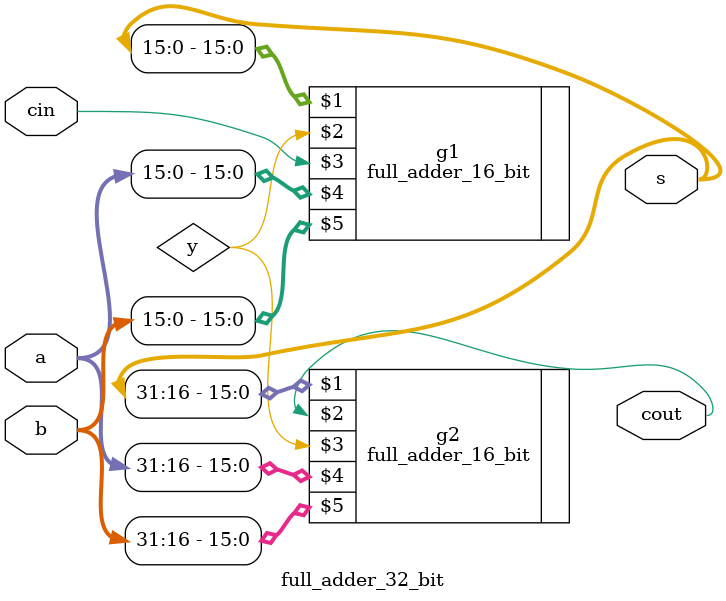
<source format=v>
`timescale 1ns / 1ps
module full_adder_32_bit(s,  cout, cin, a, b
    );
input [31:0]a;
input [31:0]b;
input cin;
output [31:0]s;
output cout;

wire y;

full_adder_16_bit g1(s[15:0], y, cin, a[15:0], b[15:0]);
full_adder_16_bit g2(s[31:16], cout, y, a[31:16], b[31:16]);

endmodule

</source>
